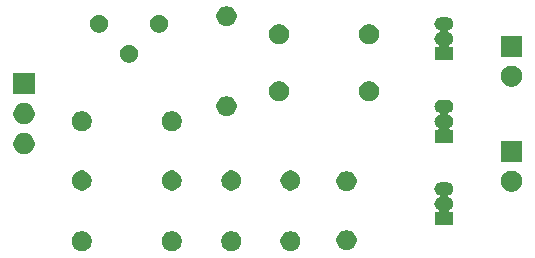
<source format=gbr>
G04 #@! TF.GenerationSoftware,KiCad,Pcbnew,(5.1.5)-3*
G04 #@! TF.CreationDate,2020-01-24T14:43:17-05:00*
G04 #@! TF.ProjectId,sync,73796e63-2e6b-4696-9361-645f70636258,v01*
G04 #@! TF.SameCoordinates,Original*
G04 #@! TF.FileFunction,Soldermask,Bot*
G04 #@! TF.FilePolarity,Negative*
%FSLAX46Y46*%
G04 Gerber Fmt 4.6, Leading zero omitted, Abs format (unit mm)*
G04 Created by KiCad (PCBNEW (5.1.5)-3) date 2020-01-24 14:43:17*
%MOMM*%
%LPD*%
G04 APERTURE LIST*
%ADD10C,0.100000*%
G04 APERTURE END LIST*
D10*
G36*
X114353228Y-88081703D02*
G01*
X114508100Y-88145853D01*
X114647481Y-88238985D01*
X114766015Y-88357519D01*
X114859147Y-88496900D01*
X114923297Y-88651772D01*
X114956000Y-88816184D01*
X114956000Y-88983816D01*
X114923297Y-89148228D01*
X114859147Y-89303100D01*
X114766015Y-89442481D01*
X114647481Y-89561015D01*
X114508100Y-89654147D01*
X114353228Y-89718297D01*
X114188816Y-89751000D01*
X114021184Y-89751000D01*
X113856772Y-89718297D01*
X113701900Y-89654147D01*
X113562519Y-89561015D01*
X113443985Y-89442481D01*
X113350853Y-89303100D01*
X113286703Y-89148228D01*
X113254000Y-88983816D01*
X113254000Y-88816184D01*
X113286703Y-88651772D01*
X113350853Y-88496900D01*
X113443985Y-88357519D01*
X113562519Y-88238985D01*
X113701900Y-88145853D01*
X113856772Y-88081703D01*
X114021184Y-88049000D01*
X114188816Y-88049000D01*
X114353228Y-88081703D01*
G37*
G36*
X106733228Y-88081703D02*
G01*
X106888100Y-88145853D01*
X107027481Y-88238985D01*
X107146015Y-88357519D01*
X107239147Y-88496900D01*
X107303297Y-88651772D01*
X107336000Y-88816184D01*
X107336000Y-88983816D01*
X107303297Y-89148228D01*
X107239147Y-89303100D01*
X107146015Y-89442481D01*
X107027481Y-89561015D01*
X106888100Y-89654147D01*
X106733228Y-89718297D01*
X106568816Y-89751000D01*
X106401184Y-89751000D01*
X106236772Y-89718297D01*
X106081900Y-89654147D01*
X105942519Y-89561015D01*
X105823985Y-89442481D01*
X105730853Y-89303100D01*
X105666703Y-89148228D01*
X105634000Y-88983816D01*
X105634000Y-88816184D01*
X105666703Y-88651772D01*
X105730853Y-88496900D01*
X105823985Y-88357519D01*
X105942519Y-88238985D01*
X106081900Y-88145853D01*
X106236772Y-88081703D01*
X106401184Y-88049000D01*
X106568816Y-88049000D01*
X106733228Y-88081703D01*
G37*
G36*
X124408228Y-88081703D02*
G01*
X124563100Y-88145853D01*
X124702481Y-88238985D01*
X124821015Y-88357519D01*
X124914147Y-88496900D01*
X124978297Y-88651772D01*
X125011000Y-88816184D01*
X125011000Y-88983816D01*
X124978297Y-89148228D01*
X124914147Y-89303100D01*
X124821015Y-89442481D01*
X124702481Y-89561015D01*
X124563100Y-89654147D01*
X124408228Y-89718297D01*
X124243816Y-89751000D01*
X124076184Y-89751000D01*
X123911772Y-89718297D01*
X123756900Y-89654147D01*
X123617519Y-89561015D01*
X123498985Y-89442481D01*
X123405853Y-89303100D01*
X123341703Y-89148228D01*
X123309000Y-88983816D01*
X123309000Y-88816184D01*
X123341703Y-88651772D01*
X123405853Y-88496900D01*
X123498985Y-88357519D01*
X123617519Y-88238985D01*
X123756900Y-88145853D01*
X123911772Y-88081703D01*
X124076184Y-88049000D01*
X124243816Y-88049000D01*
X124408228Y-88081703D01*
G37*
G36*
X119408228Y-88081703D02*
G01*
X119563100Y-88145853D01*
X119702481Y-88238985D01*
X119821015Y-88357519D01*
X119914147Y-88496900D01*
X119978297Y-88651772D01*
X120011000Y-88816184D01*
X120011000Y-88983816D01*
X119978297Y-89148228D01*
X119914147Y-89303100D01*
X119821015Y-89442481D01*
X119702481Y-89561015D01*
X119563100Y-89654147D01*
X119408228Y-89718297D01*
X119243816Y-89751000D01*
X119076184Y-89751000D01*
X118911772Y-89718297D01*
X118756900Y-89654147D01*
X118617519Y-89561015D01*
X118498985Y-89442481D01*
X118405853Y-89303100D01*
X118341703Y-89148228D01*
X118309000Y-88983816D01*
X118309000Y-88816184D01*
X118341703Y-88651772D01*
X118405853Y-88496900D01*
X118498985Y-88357519D01*
X118617519Y-88238985D01*
X118756900Y-88145853D01*
X118911772Y-88081703D01*
X119076184Y-88049000D01*
X119243816Y-88049000D01*
X119408228Y-88081703D01*
G37*
G36*
X129153228Y-88001703D02*
G01*
X129308100Y-88065853D01*
X129447481Y-88158985D01*
X129566015Y-88277519D01*
X129659147Y-88416900D01*
X129723297Y-88571772D01*
X129756000Y-88736184D01*
X129756000Y-88903816D01*
X129723297Y-89068228D01*
X129659147Y-89223100D01*
X129566015Y-89362481D01*
X129447481Y-89481015D01*
X129308100Y-89574147D01*
X129153228Y-89638297D01*
X128988816Y-89671000D01*
X128821184Y-89671000D01*
X128656772Y-89638297D01*
X128501900Y-89574147D01*
X128362519Y-89481015D01*
X128243985Y-89362481D01*
X128150853Y-89223100D01*
X128086703Y-89068228D01*
X128054000Y-88903816D01*
X128054000Y-88736184D01*
X128086703Y-88571772D01*
X128150853Y-88416900D01*
X128243985Y-88277519D01*
X128362519Y-88158985D01*
X128501900Y-88065853D01*
X128656772Y-88001703D01*
X128821184Y-87969000D01*
X128988816Y-87969000D01*
X129153228Y-88001703D01*
G37*
G36*
X137518015Y-83911973D02*
G01*
X137621879Y-83943479D01*
X137649055Y-83958005D01*
X137717600Y-83994643D01*
X137801501Y-84063499D01*
X137870357Y-84147400D01*
X137906995Y-84215945D01*
X137921521Y-84243121D01*
X137953027Y-84346985D01*
X137963666Y-84455000D01*
X137953027Y-84563015D01*
X137921521Y-84666879D01*
X137921519Y-84666882D01*
X137870357Y-84762600D01*
X137801501Y-84846501D01*
X137717600Y-84915357D01*
X137649055Y-84951995D01*
X137621879Y-84966521D01*
X137609131Y-84970388D01*
X137586504Y-84979760D01*
X137566130Y-84993374D01*
X137548803Y-85010701D01*
X137535189Y-85031075D01*
X137525812Y-85053714D01*
X137521031Y-85077747D01*
X137521031Y-85102251D01*
X137525811Y-85126285D01*
X137535188Y-85148924D01*
X137548802Y-85169298D01*
X137566129Y-85186625D01*
X137586503Y-85200239D01*
X137609131Y-85209612D01*
X137621879Y-85213479D01*
X137649055Y-85228005D01*
X137717600Y-85264643D01*
X137801501Y-85333499D01*
X137870357Y-85417400D01*
X137906995Y-85485945D01*
X137921521Y-85513121D01*
X137953027Y-85616985D01*
X137963666Y-85725000D01*
X137953027Y-85833015D01*
X137921521Y-85936879D01*
X137921519Y-85936882D01*
X137870357Y-86032600D01*
X137801501Y-86116501D01*
X137717600Y-86185356D01*
X137673807Y-86208764D01*
X137653437Y-86222375D01*
X137636110Y-86239702D01*
X137622496Y-86260076D01*
X137613119Y-86282715D01*
X137608338Y-86306748D01*
X137608338Y-86331252D01*
X137613118Y-86355286D01*
X137622495Y-86377924D01*
X137636109Y-86398299D01*
X137653436Y-86415626D01*
X137673810Y-86429240D01*
X137696449Y-86438617D01*
X137720482Y-86443398D01*
X137732735Y-86444000D01*
X137961000Y-86444000D01*
X137961000Y-87546000D01*
X136359000Y-87546000D01*
X136359000Y-86444000D01*
X136587265Y-86444000D01*
X136611651Y-86441598D01*
X136635100Y-86434485D01*
X136656711Y-86422934D01*
X136675653Y-86407389D01*
X136691198Y-86388447D01*
X136702749Y-86366836D01*
X136709862Y-86343387D01*
X136712264Y-86319001D01*
X136709862Y-86294615D01*
X136702749Y-86271166D01*
X136691198Y-86249555D01*
X136675653Y-86230613D01*
X136656711Y-86215068D01*
X136646198Y-86208767D01*
X136602400Y-86185356D01*
X136518499Y-86116501D01*
X136449643Y-86032600D01*
X136398481Y-85936882D01*
X136398479Y-85936879D01*
X136366973Y-85833015D01*
X136356334Y-85725000D01*
X136366973Y-85616985D01*
X136398479Y-85513121D01*
X136413005Y-85485945D01*
X136449643Y-85417400D01*
X136518499Y-85333499D01*
X136602400Y-85264643D01*
X136670945Y-85228005D01*
X136698121Y-85213479D01*
X136710869Y-85209612D01*
X136733496Y-85200240D01*
X136753870Y-85186626D01*
X136771197Y-85169299D01*
X136784811Y-85148925D01*
X136794188Y-85126286D01*
X136798969Y-85102253D01*
X136798969Y-85077749D01*
X136794189Y-85053715D01*
X136784812Y-85031076D01*
X136771198Y-85010702D01*
X136753871Y-84993375D01*
X136733497Y-84979761D01*
X136710869Y-84970388D01*
X136698121Y-84966521D01*
X136670945Y-84951995D01*
X136602400Y-84915357D01*
X136518499Y-84846501D01*
X136449643Y-84762600D01*
X136398481Y-84666882D01*
X136398479Y-84666879D01*
X136366973Y-84563015D01*
X136356334Y-84455000D01*
X136366973Y-84346985D01*
X136398479Y-84243121D01*
X136413005Y-84215945D01*
X136449643Y-84147400D01*
X136518499Y-84063499D01*
X136602400Y-83994643D01*
X136670945Y-83958005D01*
X136698121Y-83943479D01*
X136801985Y-83911973D01*
X136882933Y-83904000D01*
X137437067Y-83904000D01*
X137518015Y-83911973D01*
G37*
G36*
X142988512Y-82923927D02*
G01*
X143137812Y-82953624D01*
X143301784Y-83021544D01*
X143449354Y-83120147D01*
X143574853Y-83245646D01*
X143673456Y-83393216D01*
X143741376Y-83557188D01*
X143776000Y-83731259D01*
X143776000Y-83908741D01*
X143741376Y-84082812D01*
X143673456Y-84246784D01*
X143574853Y-84394354D01*
X143449354Y-84519853D01*
X143301784Y-84618456D01*
X143137812Y-84686376D01*
X142988512Y-84716073D01*
X142963742Y-84721000D01*
X142786258Y-84721000D01*
X142761488Y-84716073D01*
X142612188Y-84686376D01*
X142448216Y-84618456D01*
X142300646Y-84519853D01*
X142175147Y-84394354D01*
X142076544Y-84246784D01*
X142008624Y-84082812D01*
X141974000Y-83908741D01*
X141974000Y-83731259D01*
X142008624Y-83557188D01*
X142076544Y-83393216D01*
X142175147Y-83245646D01*
X142300646Y-83120147D01*
X142448216Y-83021544D01*
X142612188Y-82953624D01*
X142761488Y-82923927D01*
X142786258Y-82919000D01*
X142963742Y-82919000D01*
X142988512Y-82923927D01*
G37*
G36*
X129153228Y-83001703D02*
G01*
X129308100Y-83065853D01*
X129447481Y-83158985D01*
X129566015Y-83277519D01*
X129659147Y-83416900D01*
X129723297Y-83571772D01*
X129756000Y-83736184D01*
X129756000Y-83903816D01*
X129723297Y-84068228D01*
X129659147Y-84223100D01*
X129566015Y-84362481D01*
X129447481Y-84481015D01*
X129308100Y-84574147D01*
X129153228Y-84638297D01*
X128988816Y-84671000D01*
X128821184Y-84671000D01*
X128656772Y-84638297D01*
X128501900Y-84574147D01*
X128362519Y-84481015D01*
X128243985Y-84362481D01*
X128150853Y-84223100D01*
X128086703Y-84068228D01*
X128054000Y-83903816D01*
X128054000Y-83736184D01*
X128086703Y-83571772D01*
X128150853Y-83416900D01*
X128243985Y-83277519D01*
X128362519Y-83158985D01*
X128501900Y-83065853D01*
X128656772Y-83001703D01*
X128821184Y-82969000D01*
X128988816Y-82969000D01*
X129153228Y-83001703D01*
G37*
G36*
X124408228Y-82941703D02*
G01*
X124563100Y-83005853D01*
X124702481Y-83098985D01*
X124821015Y-83217519D01*
X124914147Y-83356900D01*
X124978297Y-83511772D01*
X125011000Y-83676184D01*
X125011000Y-83843816D01*
X124978297Y-84008228D01*
X124914147Y-84163100D01*
X124821015Y-84302481D01*
X124702481Y-84421015D01*
X124563100Y-84514147D01*
X124408228Y-84578297D01*
X124243816Y-84611000D01*
X124076184Y-84611000D01*
X123911772Y-84578297D01*
X123756900Y-84514147D01*
X123617519Y-84421015D01*
X123498985Y-84302481D01*
X123405853Y-84163100D01*
X123341703Y-84008228D01*
X123309000Y-83843816D01*
X123309000Y-83676184D01*
X123341703Y-83511772D01*
X123405853Y-83356900D01*
X123498985Y-83217519D01*
X123617519Y-83098985D01*
X123756900Y-83005853D01*
X123911772Y-82941703D01*
X124076184Y-82909000D01*
X124243816Y-82909000D01*
X124408228Y-82941703D01*
G37*
G36*
X114353228Y-82941703D02*
G01*
X114508100Y-83005853D01*
X114647481Y-83098985D01*
X114766015Y-83217519D01*
X114859147Y-83356900D01*
X114923297Y-83511772D01*
X114956000Y-83676184D01*
X114956000Y-83843816D01*
X114923297Y-84008228D01*
X114859147Y-84163100D01*
X114766015Y-84302481D01*
X114647481Y-84421015D01*
X114508100Y-84514147D01*
X114353228Y-84578297D01*
X114188816Y-84611000D01*
X114021184Y-84611000D01*
X113856772Y-84578297D01*
X113701900Y-84514147D01*
X113562519Y-84421015D01*
X113443985Y-84302481D01*
X113350853Y-84163100D01*
X113286703Y-84008228D01*
X113254000Y-83843816D01*
X113254000Y-83676184D01*
X113286703Y-83511772D01*
X113350853Y-83356900D01*
X113443985Y-83217519D01*
X113562519Y-83098985D01*
X113701900Y-83005853D01*
X113856772Y-82941703D01*
X114021184Y-82909000D01*
X114188816Y-82909000D01*
X114353228Y-82941703D01*
G37*
G36*
X106733228Y-82941703D02*
G01*
X106888100Y-83005853D01*
X107027481Y-83098985D01*
X107146015Y-83217519D01*
X107239147Y-83356900D01*
X107303297Y-83511772D01*
X107336000Y-83676184D01*
X107336000Y-83843816D01*
X107303297Y-84008228D01*
X107239147Y-84163100D01*
X107146015Y-84302481D01*
X107027481Y-84421015D01*
X106888100Y-84514147D01*
X106733228Y-84578297D01*
X106568816Y-84611000D01*
X106401184Y-84611000D01*
X106236772Y-84578297D01*
X106081900Y-84514147D01*
X105942519Y-84421015D01*
X105823985Y-84302481D01*
X105730853Y-84163100D01*
X105666703Y-84008228D01*
X105634000Y-83843816D01*
X105634000Y-83676184D01*
X105666703Y-83511772D01*
X105730853Y-83356900D01*
X105823985Y-83217519D01*
X105942519Y-83098985D01*
X106081900Y-83005853D01*
X106236772Y-82941703D01*
X106401184Y-82909000D01*
X106568816Y-82909000D01*
X106733228Y-82941703D01*
G37*
G36*
X119408228Y-82941703D02*
G01*
X119563100Y-83005853D01*
X119702481Y-83098985D01*
X119821015Y-83217519D01*
X119914147Y-83356900D01*
X119978297Y-83511772D01*
X120011000Y-83676184D01*
X120011000Y-83843816D01*
X119978297Y-84008228D01*
X119914147Y-84163100D01*
X119821015Y-84302481D01*
X119702481Y-84421015D01*
X119563100Y-84514147D01*
X119408228Y-84578297D01*
X119243816Y-84611000D01*
X119076184Y-84611000D01*
X118911772Y-84578297D01*
X118756900Y-84514147D01*
X118617519Y-84421015D01*
X118498985Y-84302481D01*
X118405853Y-84163100D01*
X118341703Y-84008228D01*
X118309000Y-83843816D01*
X118309000Y-83676184D01*
X118341703Y-83511772D01*
X118405853Y-83356900D01*
X118498985Y-83217519D01*
X118617519Y-83098985D01*
X118756900Y-83005853D01*
X118911772Y-82941703D01*
X119076184Y-82909000D01*
X119243816Y-82909000D01*
X119408228Y-82941703D01*
G37*
G36*
X143776000Y-82181000D02*
G01*
X141974000Y-82181000D01*
X141974000Y-80379000D01*
X143776000Y-80379000D01*
X143776000Y-82181000D01*
G37*
G36*
X101713512Y-79748927D02*
G01*
X101862812Y-79778624D01*
X102026784Y-79846544D01*
X102174354Y-79945147D01*
X102299853Y-80070646D01*
X102398456Y-80218216D01*
X102466376Y-80382188D01*
X102501000Y-80556259D01*
X102501000Y-80733741D01*
X102466376Y-80907812D01*
X102398456Y-81071784D01*
X102299853Y-81219354D01*
X102174354Y-81344853D01*
X102026784Y-81443456D01*
X101862812Y-81511376D01*
X101713512Y-81541073D01*
X101688742Y-81546000D01*
X101511258Y-81546000D01*
X101486488Y-81541073D01*
X101337188Y-81511376D01*
X101173216Y-81443456D01*
X101025646Y-81344853D01*
X100900147Y-81219354D01*
X100801544Y-81071784D01*
X100733624Y-80907812D01*
X100699000Y-80733741D01*
X100699000Y-80556259D01*
X100733624Y-80382188D01*
X100801544Y-80218216D01*
X100900147Y-80070646D01*
X101025646Y-79945147D01*
X101173216Y-79846544D01*
X101337188Y-79778624D01*
X101486488Y-79748927D01*
X101511258Y-79744000D01*
X101688742Y-79744000D01*
X101713512Y-79748927D01*
G37*
G36*
X137518015Y-76926973D02*
G01*
X137621879Y-76958479D01*
X137649055Y-76973005D01*
X137717600Y-77009643D01*
X137801501Y-77078499D01*
X137870357Y-77162400D01*
X137902091Y-77221771D01*
X137921521Y-77258121D01*
X137953027Y-77361985D01*
X137963666Y-77470000D01*
X137953027Y-77578015D01*
X137921521Y-77681879D01*
X137921519Y-77681882D01*
X137870357Y-77777600D01*
X137801501Y-77861501D01*
X137717600Y-77930357D01*
X137649055Y-77966995D01*
X137621879Y-77981521D01*
X137609131Y-77985388D01*
X137586504Y-77994760D01*
X137566130Y-78008374D01*
X137548803Y-78025701D01*
X137535189Y-78046075D01*
X137525812Y-78068714D01*
X137521031Y-78092747D01*
X137521031Y-78117251D01*
X137525811Y-78141285D01*
X137535188Y-78163924D01*
X137548802Y-78184298D01*
X137566129Y-78201625D01*
X137586503Y-78215239D01*
X137609131Y-78224612D01*
X137621879Y-78228479D01*
X137649055Y-78243005D01*
X137717600Y-78279643D01*
X137801501Y-78348499D01*
X137870357Y-78432400D01*
X137902091Y-78491771D01*
X137921521Y-78528121D01*
X137953027Y-78631985D01*
X137963666Y-78740000D01*
X137953027Y-78848015D01*
X137921521Y-78951879D01*
X137921519Y-78951882D01*
X137870357Y-79047600D01*
X137801501Y-79131501D01*
X137717600Y-79200356D01*
X137673807Y-79223764D01*
X137653437Y-79237375D01*
X137636110Y-79254702D01*
X137622496Y-79275076D01*
X137613119Y-79297715D01*
X137608338Y-79321748D01*
X137608338Y-79346252D01*
X137613118Y-79370286D01*
X137622495Y-79392924D01*
X137636109Y-79413299D01*
X137653436Y-79430626D01*
X137673810Y-79444240D01*
X137696449Y-79453617D01*
X137720482Y-79458398D01*
X137732735Y-79459000D01*
X137961000Y-79459000D01*
X137961000Y-80561000D01*
X136359000Y-80561000D01*
X136359000Y-79459000D01*
X136587265Y-79459000D01*
X136611651Y-79456598D01*
X136635100Y-79449485D01*
X136656711Y-79437934D01*
X136675653Y-79422389D01*
X136691198Y-79403447D01*
X136702749Y-79381836D01*
X136709862Y-79358387D01*
X136712264Y-79334001D01*
X136709862Y-79309615D01*
X136702749Y-79286166D01*
X136691198Y-79264555D01*
X136675653Y-79245613D01*
X136656711Y-79230068D01*
X136646198Y-79223767D01*
X136602400Y-79200356D01*
X136518499Y-79131501D01*
X136449643Y-79047600D01*
X136398481Y-78951882D01*
X136398479Y-78951879D01*
X136366973Y-78848015D01*
X136356334Y-78740000D01*
X136366973Y-78631985D01*
X136398479Y-78528121D01*
X136417909Y-78491771D01*
X136449643Y-78432400D01*
X136518499Y-78348499D01*
X136602400Y-78279643D01*
X136670945Y-78243005D01*
X136698121Y-78228479D01*
X136710869Y-78224612D01*
X136733496Y-78215240D01*
X136753870Y-78201626D01*
X136771197Y-78184299D01*
X136784811Y-78163925D01*
X136794188Y-78141286D01*
X136798969Y-78117253D01*
X136798969Y-78092749D01*
X136794189Y-78068715D01*
X136784812Y-78046076D01*
X136771198Y-78025702D01*
X136753871Y-78008375D01*
X136733497Y-77994761D01*
X136710869Y-77985388D01*
X136698121Y-77981521D01*
X136670945Y-77966995D01*
X136602400Y-77930357D01*
X136518499Y-77861501D01*
X136449643Y-77777600D01*
X136398481Y-77681882D01*
X136398479Y-77681879D01*
X136366973Y-77578015D01*
X136356334Y-77470000D01*
X136366973Y-77361985D01*
X136398479Y-77258121D01*
X136417909Y-77221771D01*
X136449643Y-77162400D01*
X136518499Y-77078499D01*
X136602400Y-77009643D01*
X136670945Y-76973005D01*
X136698121Y-76958479D01*
X136801985Y-76926973D01*
X136882933Y-76919000D01*
X137437067Y-76919000D01*
X137518015Y-76926973D01*
G37*
G36*
X114353228Y-77921703D02*
G01*
X114508100Y-77985853D01*
X114647481Y-78078985D01*
X114766015Y-78197519D01*
X114859147Y-78336900D01*
X114923297Y-78491772D01*
X114956000Y-78656184D01*
X114956000Y-78823816D01*
X114923297Y-78988228D01*
X114859147Y-79143100D01*
X114766015Y-79282481D01*
X114647481Y-79401015D01*
X114508100Y-79494147D01*
X114353228Y-79558297D01*
X114188816Y-79591000D01*
X114021184Y-79591000D01*
X113856772Y-79558297D01*
X113701900Y-79494147D01*
X113562519Y-79401015D01*
X113443985Y-79282481D01*
X113350853Y-79143100D01*
X113286703Y-78988228D01*
X113254000Y-78823816D01*
X113254000Y-78656184D01*
X113286703Y-78491772D01*
X113350853Y-78336900D01*
X113443985Y-78197519D01*
X113562519Y-78078985D01*
X113701900Y-77985853D01*
X113856772Y-77921703D01*
X114021184Y-77889000D01*
X114188816Y-77889000D01*
X114353228Y-77921703D01*
G37*
G36*
X106733228Y-77921703D02*
G01*
X106888100Y-77985853D01*
X107027481Y-78078985D01*
X107146015Y-78197519D01*
X107239147Y-78336900D01*
X107303297Y-78491772D01*
X107336000Y-78656184D01*
X107336000Y-78823816D01*
X107303297Y-78988228D01*
X107239147Y-79143100D01*
X107146015Y-79282481D01*
X107027481Y-79401015D01*
X106888100Y-79494147D01*
X106733228Y-79558297D01*
X106568816Y-79591000D01*
X106401184Y-79591000D01*
X106236772Y-79558297D01*
X106081900Y-79494147D01*
X105942519Y-79401015D01*
X105823985Y-79282481D01*
X105730853Y-79143100D01*
X105666703Y-78988228D01*
X105634000Y-78823816D01*
X105634000Y-78656184D01*
X105666703Y-78491772D01*
X105730853Y-78336900D01*
X105823985Y-78197519D01*
X105942519Y-78078985D01*
X106081900Y-77985853D01*
X106236772Y-77921703D01*
X106401184Y-77889000D01*
X106568816Y-77889000D01*
X106733228Y-77921703D01*
G37*
G36*
X101713512Y-77208927D02*
G01*
X101862812Y-77238624D01*
X102026784Y-77306544D01*
X102174354Y-77405147D01*
X102299853Y-77530646D01*
X102398456Y-77678216D01*
X102466376Y-77842188D01*
X102501000Y-78016259D01*
X102501000Y-78193741D01*
X102466376Y-78367812D01*
X102398456Y-78531784D01*
X102299853Y-78679354D01*
X102174354Y-78804853D01*
X102026784Y-78903456D01*
X101862812Y-78971376D01*
X101713512Y-79001073D01*
X101688742Y-79006000D01*
X101511258Y-79006000D01*
X101486488Y-79001073D01*
X101337188Y-78971376D01*
X101173216Y-78903456D01*
X101025646Y-78804853D01*
X100900147Y-78679354D01*
X100801544Y-78531784D01*
X100733624Y-78367812D01*
X100699000Y-78193741D01*
X100699000Y-78016259D01*
X100733624Y-77842188D01*
X100801544Y-77678216D01*
X100900147Y-77530646D01*
X101025646Y-77405147D01*
X101173216Y-77306544D01*
X101337188Y-77238624D01*
X101486488Y-77208927D01*
X101511258Y-77204000D01*
X101688742Y-77204000D01*
X101713512Y-77208927D01*
G37*
G36*
X118993228Y-76651703D02*
G01*
X119148100Y-76715853D01*
X119287481Y-76808985D01*
X119406015Y-76927519D01*
X119499147Y-77066900D01*
X119563297Y-77221772D01*
X119596000Y-77386184D01*
X119596000Y-77553816D01*
X119563297Y-77718228D01*
X119499147Y-77873100D01*
X119406015Y-78012481D01*
X119287481Y-78131015D01*
X119148100Y-78224147D01*
X118993228Y-78288297D01*
X118828816Y-78321000D01*
X118661184Y-78321000D01*
X118496772Y-78288297D01*
X118341900Y-78224147D01*
X118202519Y-78131015D01*
X118083985Y-78012481D01*
X117990853Y-77873100D01*
X117926703Y-77718228D01*
X117894000Y-77553816D01*
X117894000Y-77386184D01*
X117926703Y-77221772D01*
X117990853Y-77066900D01*
X118083985Y-76927519D01*
X118202519Y-76808985D01*
X118341900Y-76715853D01*
X118496772Y-76651703D01*
X118661184Y-76619000D01*
X118828816Y-76619000D01*
X118993228Y-76651703D01*
G37*
G36*
X131058228Y-75381703D02*
G01*
X131213100Y-75445853D01*
X131352481Y-75538985D01*
X131471015Y-75657519D01*
X131564147Y-75796900D01*
X131628297Y-75951772D01*
X131661000Y-76116184D01*
X131661000Y-76283816D01*
X131628297Y-76448228D01*
X131564147Y-76603100D01*
X131471015Y-76742481D01*
X131352481Y-76861015D01*
X131213100Y-76954147D01*
X131058228Y-77018297D01*
X130893816Y-77051000D01*
X130726184Y-77051000D01*
X130561772Y-77018297D01*
X130406900Y-76954147D01*
X130267519Y-76861015D01*
X130148985Y-76742481D01*
X130055853Y-76603100D01*
X129991703Y-76448228D01*
X129959000Y-76283816D01*
X129959000Y-76116184D01*
X129991703Y-75951772D01*
X130055853Y-75796900D01*
X130148985Y-75657519D01*
X130267519Y-75538985D01*
X130406900Y-75445853D01*
X130561772Y-75381703D01*
X130726184Y-75349000D01*
X130893816Y-75349000D01*
X131058228Y-75381703D01*
G37*
G36*
X123438228Y-75381703D02*
G01*
X123593100Y-75445853D01*
X123732481Y-75538985D01*
X123851015Y-75657519D01*
X123944147Y-75796900D01*
X124008297Y-75951772D01*
X124041000Y-76116184D01*
X124041000Y-76283816D01*
X124008297Y-76448228D01*
X123944147Y-76603100D01*
X123851015Y-76742481D01*
X123732481Y-76861015D01*
X123593100Y-76954147D01*
X123438228Y-77018297D01*
X123273816Y-77051000D01*
X123106184Y-77051000D01*
X122941772Y-77018297D01*
X122786900Y-76954147D01*
X122647519Y-76861015D01*
X122528985Y-76742481D01*
X122435853Y-76603100D01*
X122371703Y-76448228D01*
X122339000Y-76283816D01*
X122339000Y-76116184D01*
X122371703Y-75951772D01*
X122435853Y-75796900D01*
X122528985Y-75657519D01*
X122647519Y-75538985D01*
X122786900Y-75445853D01*
X122941772Y-75381703D01*
X123106184Y-75349000D01*
X123273816Y-75349000D01*
X123438228Y-75381703D01*
G37*
G36*
X102501000Y-76466000D02*
G01*
X100699000Y-76466000D01*
X100699000Y-74664000D01*
X102501000Y-74664000D01*
X102501000Y-76466000D01*
G37*
G36*
X142988512Y-74033927D02*
G01*
X143137812Y-74063624D01*
X143301784Y-74131544D01*
X143449354Y-74230147D01*
X143574853Y-74355646D01*
X143673456Y-74503216D01*
X143741376Y-74667188D01*
X143776000Y-74841259D01*
X143776000Y-75018741D01*
X143741376Y-75192812D01*
X143673456Y-75356784D01*
X143574853Y-75504354D01*
X143449354Y-75629853D01*
X143301784Y-75728456D01*
X143137812Y-75796376D01*
X142988512Y-75826073D01*
X142963742Y-75831000D01*
X142786258Y-75831000D01*
X142761488Y-75826073D01*
X142612188Y-75796376D01*
X142448216Y-75728456D01*
X142300646Y-75629853D01*
X142175147Y-75504354D01*
X142076544Y-75356784D01*
X142008624Y-75192812D01*
X141974000Y-75018741D01*
X141974000Y-74841259D01*
X142008624Y-74667188D01*
X142076544Y-74503216D01*
X142175147Y-74355646D01*
X142300646Y-74230147D01*
X142448216Y-74131544D01*
X142612188Y-74063624D01*
X142761488Y-74033927D01*
X142786258Y-74029000D01*
X142963742Y-74029000D01*
X142988512Y-74033927D01*
G37*
G36*
X110599183Y-72260613D02*
G01*
X110714893Y-72283629D01*
X110855206Y-72341748D01*
X110981484Y-72426125D01*
X111088875Y-72533516D01*
X111173252Y-72659794D01*
X111231371Y-72800107D01*
X111261000Y-72949063D01*
X111261000Y-73100937D01*
X111231371Y-73249893D01*
X111173252Y-73390206D01*
X111088875Y-73516484D01*
X110981484Y-73623875D01*
X110855206Y-73708252D01*
X110714893Y-73766371D01*
X110615589Y-73786124D01*
X110565938Y-73796000D01*
X110414062Y-73796000D01*
X110364411Y-73786124D01*
X110265107Y-73766371D01*
X110124794Y-73708252D01*
X109998516Y-73623875D01*
X109891125Y-73516484D01*
X109806748Y-73390206D01*
X109748629Y-73249893D01*
X109719000Y-73100937D01*
X109719000Y-72949063D01*
X109748629Y-72800107D01*
X109806748Y-72659794D01*
X109891125Y-72533516D01*
X109998516Y-72426125D01*
X110124794Y-72341748D01*
X110265107Y-72283629D01*
X110380817Y-72260613D01*
X110414062Y-72254000D01*
X110565938Y-72254000D01*
X110599183Y-72260613D01*
G37*
G36*
X137518015Y-69941973D02*
G01*
X137621879Y-69973479D01*
X137649055Y-69988005D01*
X137717600Y-70024643D01*
X137801501Y-70093499D01*
X137870357Y-70177400D01*
X137906995Y-70245945D01*
X137921521Y-70273121D01*
X137953027Y-70376985D01*
X137963666Y-70485000D01*
X137953027Y-70593015D01*
X137921521Y-70696879D01*
X137921519Y-70696882D01*
X137870357Y-70792600D01*
X137801501Y-70876501D01*
X137717600Y-70945357D01*
X137659367Y-70976483D01*
X137621879Y-70996521D01*
X137609131Y-71000388D01*
X137586504Y-71009760D01*
X137566130Y-71023374D01*
X137548803Y-71040701D01*
X137535189Y-71061075D01*
X137525812Y-71083714D01*
X137521031Y-71107747D01*
X137521031Y-71132251D01*
X137525811Y-71156285D01*
X137535188Y-71178924D01*
X137548802Y-71199298D01*
X137566129Y-71216625D01*
X137586503Y-71230239D01*
X137609131Y-71239612D01*
X137621879Y-71243479D01*
X137645304Y-71256000D01*
X137717600Y-71294643D01*
X137801501Y-71363499D01*
X137870357Y-71447400D01*
X137906995Y-71515945D01*
X137921521Y-71543121D01*
X137953027Y-71646985D01*
X137963666Y-71755000D01*
X137953027Y-71863015D01*
X137921521Y-71966879D01*
X137921519Y-71966882D01*
X137870357Y-72062600D01*
X137815743Y-72129147D01*
X137801501Y-72146501D01*
X137717600Y-72215356D01*
X137673807Y-72238764D01*
X137653437Y-72252375D01*
X137636110Y-72269702D01*
X137622496Y-72290076D01*
X137613119Y-72312715D01*
X137608338Y-72336748D01*
X137608338Y-72361252D01*
X137613118Y-72385286D01*
X137622495Y-72407924D01*
X137636109Y-72428299D01*
X137653436Y-72445626D01*
X137673810Y-72459240D01*
X137696449Y-72468617D01*
X137720482Y-72473398D01*
X137732735Y-72474000D01*
X137961000Y-72474000D01*
X137961000Y-73576000D01*
X136359000Y-73576000D01*
X136359000Y-72474000D01*
X136587265Y-72474000D01*
X136611651Y-72471598D01*
X136635100Y-72464485D01*
X136656711Y-72452934D01*
X136675653Y-72437389D01*
X136691198Y-72418447D01*
X136702749Y-72396836D01*
X136709862Y-72373387D01*
X136712264Y-72349001D01*
X136709862Y-72324615D01*
X136702749Y-72301166D01*
X136691198Y-72279555D01*
X136675653Y-72260613D01*
X136656711Y-72245068D01*
X136646198Y-72238767D01*
X136602400Y-72215356D01*
X136518499Y-72146501D01*
X136504257Y-72129147D01*
X136449643Y-72062600D01*
X136398481Y-71966882D01*
X136398479Y-71966879D01*
X136366973Y-71863015D01*
X136356334Y-71755000D01*
X136366973Y-71646985D01*
X136398479Y-71543121D01*
X136413005Y-71515945D01*
X136449643Y-71447400D01*
X136518499Y-71363499D01*
X136602400Y-71294643D01*
X136674696Y-71256000D01*
X136698121Y-71243479D01*
X136710869Y-71239612D01*
X136733496Y-71230240D01*
X136753870Y-71216626D01*
X136771197Y-71199299D01*
X136784811Y-71178925D01*
X136794188Y-71156286D01*
X136798969Y-71132253D01*
X136798969Y-71107749D01*
X136794189Y-71083715D01*
X136784812Y-71061076D01*
X136771198Y-71040702D01*
X136753871Y-71023375D01*
X136733497Y-71009761D01*
X136710869Y-71000388D01*
X136698121Y-70996521D01*
X136660633Y-70976483D01*
X136602400Y-70945357D01*
X136518499Y-70876501D01*
X136449643Y-70792600D01*
X136398481Y-70696882D01*
X136398479Y-70696879D01*
X136366973Y-70593015D01*
X136356334Y-70485000D01*
X136366973Y-70376985D01*
X136398479Y-70273121D01*
X136413005Y-70245945D01*
X136449643Y-70177400D01*
X136518499Y-70093499D01*
X136602400Y-70024643D01*
X136670945Y-69988005D01*
X136698121Y-69973479D01*
X136801985Y-69941973D01*
X136882933Y-69934000D01*
X137437067Y-69934000D01*
X137518015Y-69941973D01*
G37*
G36*
X143776000Y-73291000D02*
G01*
X141974000Y-73291000D01*
X141974000Y-71489000D01*
X143776000Y-71489000D01*
X143776000Y-73291000D01*
G37*
G36*
X131058228Y-70556703D02*
G01*
X131213100Y-70620853D01*
X131352481Y-70713985D01*
X131471015Y-70832519D01*
X131564147Y-70971900D01*
X131628297Y-71126772D01*
X131661000Y-71291184D01*
X131661000Y-71458816D01*
X131628297Y-71623228D01*
X131564147Y-71778100D01*
X131471015Y-71917481D01*
X131352481Y-72036015D01*
X131213100Y-72129147D01*
X131058228Y-72193297D01*
X130893816Y-72226000D01*
X130726184Y-72226000D01*
X130561772Y-72193297D01*
X130406900Y-72129147D01*
X130267519Y-72036015D01*
X130148985Y-71917481D01*
X130055853Y-71778100D01*
X129991703Y-71623228D01*
X129959000Y-71458816D01*
X129959000Y-71291184D01*
X129991703Y-71126772D01*
X130055853Y-70971900D01*
X130148985Y-70832519D01*
X130267519Y-70713985D01*
X130406900Y-70620853D01*
X130561772Y-70556703D01*
X130726184Y-70524000D01*
X130893816Y-70524000D01*
X131058228Y-70556703D01*
G37*
G36*
X123438228Y-70556703D02*
G01*
X123593100Y-70620853D01*
X123732481Y-70713985D01*
X123851015Y-70832519D01*
X123944147Y-70971900D01*
X124008297Y-71126772D01*
X124041000Y-71291184D01*
X124041000Y-71458816D01*
X124008297Y-71623228D01*
X123944147Y-71778100D01*
X123851015Y-71917481D01*
X123732481Y-72036015D01*
X123593100Y-72129147D01*
X123438228Y-72193297D01*
X123273816Y-72226000D01*
X123106184Y-72226000D01*
X122941772Y-72193297D01*
X122786900Y-72129147D01*
X122647519Y-72036015D01*
X122528985Y-71917481D01*
X122435853Y-71778100D01*
X122371703Y-71623228D01*
X122339000Y-71458816D01*
X122339000Y-71291184D01*
X122371703Y-71126772D01*
X122435853Y-70971900D01*
X122528985Y-70832519D01*
X122647519Y-70713985D01*
X122786900Y-70620853D01*
X122941772Y-70556703D01*
X123106184Y-70524000D01*
X123273816Y-70524000D01*
X123438228Y-70556703D01*
G37*
G36*
X113155589Y-69723876D02*
G01*
X113254893Y-69743629D01*
X113395206Y-69801748D01*
X113521484Y-69886125D01*
X113628875Y-69993516D01*
X113713252Y-70119794D01*
X113771371Y-70260107D01*
X113791124Y-70359411D01*
X113797702Y-70392480D01*
X113801000Y-70409063D01*
X113801000Y-70560937D01*
X113771371Y-70709893D01*
X113713252Y-70850206D01*
X113628875Y-70976484D01*
X113521484Y-71083875D01*
X113395206Y-71168252D01*
X113254893Y-71226371D01*
X113155589Y-71246124D01*
X113105938Y-71256000D01*
X112954062Y-71256000D01*
X112904411Y-71246124D01*
X112805107Y-71226371D01*
X112664794Y-71168252D01*
X112538516Y-71083875D01*
X112431125Y-70976484D01*
X112346748Y-70850206D01*
X112288629Y-70709893D01*
X112259000Y-70560937D01*
X112259000Y-70409063D01*
X112262299Y-70392480D01*
X112268876Y-70359411D01*
X112288629Y-70260107D01*
X112346748Y-70119794D01*
X112431125Y-69993516D01*
X112538516Y-69886125D01*
X112664794Y-69801748D01*
X112805107Y-69743629D01*
X112904411Y-69723876D01*
X112954062Y-69714000D01*
X113105938Y-69714000D01*
X113155589Y-69723876D01*
G37*
G36*
X108075589Y-69723876D02*
G01*
X108174893Y-69743629D01*
X108315206Y-69801748D01*
X108441484Y-69886125D01*
X108548875Y-69993516D01*
X108633252Y-70119794D01*
X108691371Y-70260107D01*
X108711124Y-70359411D01*
X108717702Y-70392480D01*
X108721000Y-70409063D01*
X108721000Y-70560937D01*
X108691371Y-70709893D01*
X108633252Y-70850206D01*
X108548875Y-70976484D01*
X108441484Y-71083875D01*
X108315206Y-71168252D01*
X108174893Y-71226371D01*
X108075589Y-71246124D01*
X108025938Y-71256000D01*
X107874062Y-71256000D01*
X107824411Y-71246124D01*
X107725107Y-71226371D01*
X107584794Y-71168252D01*
X107458516Y-71083875D01*
X107351125Y-70976484D01*
X107266748Y-70850206D01*
X107208629Y-70709893D01*
X107179000Y-70560937D01*
X107179000Y-70409063D01*
X107182299Y-70392480D01*
X107188876Y-70359411D01*
X107208629Y-70260107D01*
X107266748Y-70119794D01*
X107351125Y-69993516D01*
X107458516Y-69886125D01*
X107584794Y-69801748D01*
X107725107Y-69743629D01*
X107824411Y-69723876D01*
X107874062Y-69714000D01*
X108025938Y-69714000D01*
X108075589Y-69723876D01*
G37*
G36*
X118993228Y-69031703D02*
G01*
X119148100Y-69095853D01*
X119287481Y-69188985D01*
X119406015Y-69307519D01*
X119499147Y-69446900D01*
X119563297Y-69601772D01*
X119596000Y-69766184D01*
X119596000Y-69933816D01*
X119563297Y-70098228D01*
X119499147Y-70253100D01*
X119406015Y-70392481D01*
X119287481Y-70511015D01*
X119148100Y-70604147D01*
X118993228Y-70668297D01*
X118828816Y-70701000D01*
X118661184Y-70701000D01*
X118496772Y-70668297D01*
X118341900Y-70604147D01*
X118202519Y-70511015D01*
X118083985Y-70392481D01*
X117990853Y-70253100D01*
X117926703Y-70098228D01*
X117894000Y-69933816D01*
X117894000Y-69766184D01*
X117926703Y-69601772D01*
X117990853Y-69446900D01*
X118083985Y-69307519D01*
X118202519Y-69188985D01*
X118341900Y-69095853D01*
X118496772Y-69031703D01*
X118661184Y-68999000D01*
X118828816Y-68999000D01*
X118993228Y-69031703D01*
G37*
M02*

</source>
